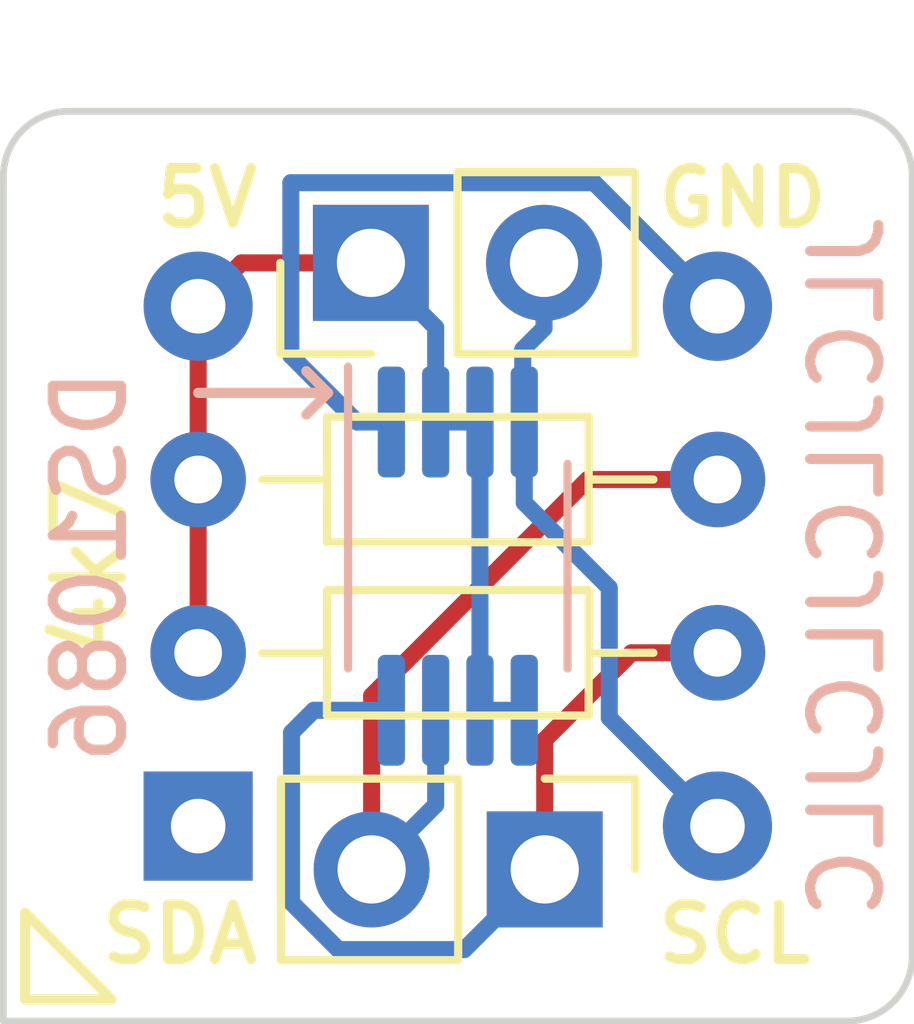
<source format=kicad_pcb>
(kicad_pcb (version 20221018) (generator pcbnew)
  (layers (0 "F.Cu" signal) (31 "B.Cu" signal) (34 "B.Paste" user) (35 "F.Paste" user) (36 "B.SilkS" user "B.Silkscreen") (37 "F.SilkS" user "F.Silkscreen") (38 "B.Mask" user) (39 "F.Mask" user) (44 "Edge.Cuts" user))
  (net 0 "")
  (net 1 "/5V")
  (net 2 "/SCL")
  (net 3 "/SDA")
  (net 4 "/GND")
  (net 5 "/OUT")
  (footprint "Connector_PinHeader_2.54mm:PinHeader_1x02_P2.54mm_Vertical" (layer "F.Cu") (at 145.42 86.36 -90)
    (fp_text reference "J0")
    (fp_text value "I2C")
    (fp_line (start -1.33 -1.33) (end 0 -1.33) (stroke (width 0.12)) (layer "F.SilkS"))
    (fp_line (start -1.33 0) (end -1.33 -1.33) (stroke (width 0.12)) (layer "F.SilkS"))
    (fp_line (start -1.33 1.27) (end -1.33 3.87) (stroke (width 0.12)) (layer "F.SilkS"))
    (fp_line (start -1.33 1.27) (end 1.33 1.27) (stroke (width 0.12)) (layer "F.SilkS"))
    (fp_line (start -1.33 3.87) (end 1.33 3.87) (stroke (width 0.12)) (layer "F.SilkS"))
    (fp_line (start 1.33 1.27) (end 1.33 3.87) (stroke (width 0.12)) (layer "F.SilkS"))
    (pad "1" thru_hole rect (at 0 0 270) (size 1.7 1.7) (drill 1) (layers "*.Cu" "*.Mask") (net 2 "/SCL"))
    (pad "2" thru_hole oval (at 0 2.54 270) (size 1.7 1.7) (drill 1) (layers "*.Cu" "*.Mask") (net 3 "/SDA"))
  )
  (footprint "Resistor_THT:R_Axial_DIN0204_L3.6mm_D1.6mm_P7.62mm_Horizontal" (layer "F.Cu") (at 140.335 83.185)
    (fp_text reference "R1")
    (fp_text value "4k7")
    (fp_line (start 0.94 0) (end 1.89 0) (stroke (width 0.12)) (layer "F.SilkS"))
    (fp_line (start 1.89 -0.92) (end 1.89 0.92) (stroke (width 0.12)) (layer "F.SilkS"))
    (fp_line (start 1.89 0.92) (end 5.73 0.92) (stroke (width 0.12)) (layer "F.SilkS"))
    (fp_line (start 5.73 -0.92) (end 1.89 -0.92) (stroke (width 0.12)) (layer "F.SilkS"))
    (fp_line (start 5.73 0.92) (end 5.73 -0.92) (stroke (width 0.12)) (layer "F.SilkS"))
    (fp_line (start 6.68 0) (end 5.73 0) (stroke (width 0.12)) (layer "F.SilkS"))
    (pad "1" thru_hole circle (at 0 0) (size 1.4 1.4) (drill 0.7) (layers "*.Cu" "*.Mask") (net 1 "/5V"))
    (pad "2" thru_hole oval (at 7.62 0) (size 1.4 1.4) (drill 0.7) (layers "*.Cu" "*.Mask") (net 2 "/SCL"))
  )
  (footprint "Connector_PinHeader_2.54mm:PinHeader_1x02_P2.54mm_Vertical" (layer "F.Cu") (at 142.87 77.47 90)
    (fp_text reference "J1")
    (fp_text value "PWR")
    (fp_line (start -1.33 -1.33) (end 0 -1.33) (stroke (width 0.12)) (layer "F.SilkS"))
    (fp_line (start -1.33 0) (end -1.33 -1.33) (stroke (width 0.12)) (layer "F.SilkS"))
    (fp_line (start -1.33 1.27) (end -1.33 3.87) (stroke (width 0.12)) (layer "F.SilkS"))
    (fp_line (start -1.33 1.27) (end 1.33 1.27) (stroke (width 0.12)) (layer "F.SilkS"))
    (fp_line (start -1.33 3.87) (end 1.33 3.87) (stroke (width 0.12)) (layer "F.SilkS"))
    (fp_line (start 1.33 1.27) (end 1.33 3.87) (stroke (width 0.12)) (layer "F.SilkS"))
    (pad "1" thru_hole rect (at 0 0 90) (size 1.7 1.7) (drill 1) (layers "*.Cu" "*.Mask") (net 1 "/5V"))
    (pad "2" thru_hole oval (at 0 2.54 90) (size 1.7 1.7) (drill 1) (layers "*.Cu" "*.Mask") (net 4 "/GND"))
  )
  (footprint "Resistor_THT:R_Axial_DIN0204_L3.6mm_D1.6mm_P7.62mm_Horizontal" (layer "F.Cu") (at 140.335 80.645)
    (fp_text reference "R0")
    (fp_text value "4k7" (at -1.5875 1.27 90) (layer "F.SilkS"))
    (fp_line (start 0.94 0) (end 1.89 0) (stroke (width 0.12)) (layer "F.SilkS"))
    (fp_line (start 1.89 -0.92) (end 1.89 0.92) (stroke (width 0.12)) (layer "F.SilkS"))
    (fp_line (start 1.89 0.92) (end 5.73 0.92) (stroke (width 0.12)) (layer "F.SilkS"))
    (fp_line (start 5.73 -0.92) (end 1.89 -0.92) (stroke (width 0.12)) (layer "F.SilkS"))
    (fp_line (start 5.73 0.92) (end 5.73 -0.92) (stroke (width 0.12)) (layer "F.SilkS"))
    (fp_line (start 6.68 0) (end 5.73 0) (stroke (width 0.12)) (layer "F.SilkS"))
    (pad "1" thru_hole circle (at 0 0) (size 1.4 1.4) (drill 0.7) (layers "*.Cu" "*.Mask") (net 1 "/5V"))
    (pad "2" thru_hole oval (at 7.62 0) (size 1.4 1.4) (drill 0.7) (layers "*.Cu" "*.Mask") (net 3 "/SDA"))
  )
  (footprint "Oscillator:Oscillator_DIP-8" (layer "F.Cu") (at 140.335 85.725)
    (fp_text reference "X0")
    (fp_text value "CLK")
    (pad "1" thru_hole rect (at 0 0) (size 1.6 1.6) (drill 0.8) (layers "*.Cu" "*.Mask"))
    (pad "4" thru_hole circle (at 7.62 0) (size 1.6 1.6) (drill 0.8) (layers "*.Cu" "*.Mask") (net 4 "/GND"))
    (pad "5" thru_hole circle (at 7.62 -7.62) (size 1.6 1.6) (drill 0.8) (layers "*.Cu" "*.Mask") (net 5 "/OUT"))
    (pad "8" thru_hole circle (at 0 -7.62) (size 1.6 1.6) (drill 0.8) (layers "*.Cu" "*.Mask") (net 1 "/5V"))
  )
  (footprint "Package_SO:MSOP-8_3x3mm_P0.65mm" (layer "B.Cu") (at 144.145 81.915 -90)
    (fp_text reference "U0")
    (fp_text value "DS1086" (at 0 5.3975 90) (layer "B.SilkS") (effects (justify mirror)))
    (fp_line (start 0 -1.61) (end -1.5 -1.61) (stroke (width 0.12)) (layer "B.SilkS"))
    (fp_line (start 0 -1.61) (end 1.5 -1.61) (stroke (width 0.12)) (layer "B.SilkS"))
    (fp_line (start 0 1.61) (end -2.925 1.61) (stroke (width 0.12)) (layer "B.SilkS"))
    (fp_line (start 0 1.61) (end 1.5 1.61) (stroke (width 0.12)) (layer "B.SilkS"))
    (pad "1" smd roundrect (at -2.1125 0.975 270) (size 1.625 0.4) (layers "B.Cu" "B.Paste" "B.Mask") (net 5 "/OUT"))
    (pad "2" smd roundrect (at -2.1125 0.325 270) (size 1.625 0.4) (layers "B.Cu" "B.Paste" "B.Mask") (net 1 "/5V"))
    (pad "3" smd roundrect (at -2.1125 -0.325 270) (size 1.625 0.4) (layers "B.Cu" "B.Paste" "B.Mask") (net 1 "/5V"))
    (pad "4" smd roundrect (at -2.1125 -0.975 270) (size 1.625 0.4) (layers "B.Cu" "B.Paste" "B.Mask") (net 4 "/GND"))
    (pad "5" smd roundrect (at 2.1125 -0.975 270) (size 1.625 0.4) (layers "B.Cu" "B.Paste" "B.Mask") (net 1 "/5V"))
    (pad "6" smd roundrect (at 2.1125 -0.325 270) (size 1.625 0.4) (layers "B.Cu" "B.Paste" "B.Mask") (net 1 "/5V"))
    (pad "7" smd roundrect (at 2.1125 0.325 270) (size 1.625 0.4) (layers "B.Cu" "B.Paste" "B.Mask") (net 3 "/SDA"))
    (pad "8" smd roundrect (at 2.1125 0.975 270) (size 1.625 0.4) (layers "B.Cu" "B.Paste" "B.Mask") (net 2 "/SCL"))
  )
  (gr_line (start 141.9225 79.6925) (end 142.24 79.375) (stroke (width 0.15)) (layer "B.SilkS"))
  (gr_line (start 142.24 79.375) (end 140.335 79.375) (stroke (width 0.15)) (layer "B.SilkS"))
  (gr_line (start 141.9225 79.0575) (end 142.24 79.375) (stroke (width 0.15)) (layer "B.SilkS"))
  (gr_line (start 137.795 88.265) (end 139.065 88.265) (stroke (width 0.15)) (layer "F.SilkS"))
  (gr_line (start 137.795 86.995) (end 139.065 88.265) (stroke (width 0.15)) (layer "F.SilkS"))
  (gr_line (start 137.795 88.265) (end 137.795 86.995) (stroke (width 0.15)) (layer "F.SilkS"))
  (gr_line (start 150.8125 76.2) (end 150.8125 87.63) (stroke (width 0.1)) (layer "Edge.Cuts"))
  (gr_line (start 149.86 88.5825) (end 137.4775 88.5825) (stroke (width 0.1)) (layer "Edge.Cuts"))
  (gr_line (start 138.43 75.2475) (end 149.86 75.2475) (stroke (width 0.1)) (layer "Edge.Cuts"))
  (gr_line (start 137.4775 88.5825) (end 137.4775 76.2) (stroke (width 0.1)) (layer "Edge.Cuts"))
  (gr_arc (start 150.8125 87.63) (mid 150.533519 88.303519) (end 149.86 88.5825) (stroke (width 0.1)) (layer "Edge.Cuts"))
  (gr_arc (start 137.4775 76.2) (mid 137.756481 75.526481) (end 138.43 75.2475) (stroke (width 0.1)) (layer "Edge.Cuts"))
  (gr_arc (start 149.86 75.2475) (mid 150.533519 75.526481) (end 150.8125 76.2) (stroke (width 0.1)) (layer "Edge.Cuts"))
  (gr_text "JLCJLCJLCJLC" (at 149.86 81.915 90) (layer "B.SilkS") (effects (font (size 1 1)) (justify mirror)))
  (gr_text "5V" (at 141.2875 76.5175) (layer "F.SilkS") (effects (font (size 0.8 0.8)) (justify right)))
  (gr_text "SCL" (at 147.0025 87.3125) (layer "F.SilkS") (effects (font (size 0.8 0.8)) (justify left)))
  (gr_text "SDA" (at 141.2875 87.3125) (layer "F.SilkS") (effects (font (size 0.8 0.8)) (justify right)))
  (gr_text "GND" (at 147.0025 76.5175) (layer "F.SilkS") (effects (font (size 0.8 0.8)) (justify left)))
  (segment (start 140.335 83.185) (end 140.335 78.105) (width 0.25) (layer "F.Cu") (net 1))
  (segment (start 140.97 77.47) (end 140.335 78.105) (width 0.25) (layer "F.Cu") (net 1))
  (segment (start 142.87 77.47) (end 140.97 77.47) (width 0.25) (layer "F.Cu") (net 1))
  (segment (start 143.82 79.8025) (end 143.82 78.415) (width 0.25) (layer "B.Cu") (net 1))
  (segment (start 143.82 79.8025) (end 144.3525 79.8025) (width 0.25) (layer "B.Cu") (net 1))
  (segment (start 144.47 84.0275) (end 144.9875 84.0275) (width 0.25) (layer "B.Cu") (net 1))
  (segment (start 143.82 78.415) (end 142.875 77.47) (width 0.25) (layer "B.Cu") (net 1))
  (segment (start 144.47 79.8025) (end 144.47 84.13) (width 0.25) (layer "B.Cu") (net 1))
  (segment (start 145.42 86.36) (end 145.42 84.46) (width 0.25) (layer "F.Cu") (net 2))
  (segment (start 146.695 83.185) (end 147.955 83.185) (width 0.25) (layer "F.Cu") (net 2))
  (segment (start 145.42 84.46) (end 146.695 83.185) (width 0.25) (layer "F.Cu") (net 2))
  (segment (start 143.17 84.0275) (end 142.0325 84.0275) (width 0.25) (layer "B.Cu") (net 2))
  (segment (start 142.393299 87.535) (end 144.24 87.535) (width 0.25) (layer "B.Cu") (net 2))
  (segment (start 142.0325 84.0275) (end 141.705 84.355) (width 0.25) (layer "B.Cu") (net 2))
  (segment (start 141.705 84.355) (end 141.705 86.846701) (width 0.25) (layer "B.Cu") (net 2))
  (segment (start 141.705 86.846701) (end 142.393299 87.535) (width 0.25) (layer "B.Cu") (net 2))
  (segment (start 144.24 87.535) (end 145.415 86.36) (width 0.25) (layer "B.Cu") (net 2))
  (segment (start 142.88 83.815) (end 146.05 80.645) (width 0.25) (layer "F.Cu") (net 3))
  (segment (start 146.05 80.645) (end 147.955 80.645) (width 0.25) (layer "F.Cu") (net 3))
  (segment (start 142.88 86.36) (end 142.88 83.815) (width 0.25) (layer "F.Cu") (net 3))
  (segment (start 143.82 85.415) (end 142.875 86.36) (width 0.25) (layer "B.Cu") (net 3))
  (segment (start 143.82 84.0275) (end 143.82 85.415) (width 0.25) (layer "B.Cu") (net 3))
  (segment (start 145.41 78.4275) (end 145.0975 78.74) (width 0.25) (layer "B.Cu") (net 4))
  (segment (start 145.12 79.8025) (end 145.12 80.985) (width 0.25) (layer "B.Cu") (net 4))
  (segment (start 146.3675 84.1375) (end 147.955 85.725) (width 0.25) (layer "B.Cu") (net 4))
  (segment (start 145.41 77.47) (end 145.41 78.4275) (width 0.25) (layer "B.Cu") (net 4))
  (segment (start 145.0975 78.74) (end 145.0975 80.01) (width 0.25) (layer "B.Cu") (net 4))
  (segment (start 146.3675 82.2325) (end 146.3675 84.1375) (width 0.25) (layer "B.Cu") (net 4))
  (segment (start 145.12 80.985) (end 146.3675 82.2325) (width 0.25) (layer "B.Cu") (net 4))
  (segment (start 146.145 76.295) (end 147.955 78.105) (width 0.25) (layer "B.Cu") (net 5))
  (segment (start 147.955 78.4225) (end 147.955 78.105) (width 0.25) (layer "B.Cu") (net 5))
  (segment (start 142.6675 79.8025) (end 141.695 78.83) (width 0.25) (layer "B.Cu") (net 5))
  (segment (start 141.695 76.295) (end 146.145 76.295) (width 0.25) (layer "B.Cu") (net 5))
  (segment (start 143.17 79.8025) (end 142.6675 79.8025) (width 0.25) (layer "B.Cu") (net 5))
  (segment (start 141.695 78.83) (end 141.695 76.295) (width 0.25) (layer "B.Cu") (net 5))
)
</source>
